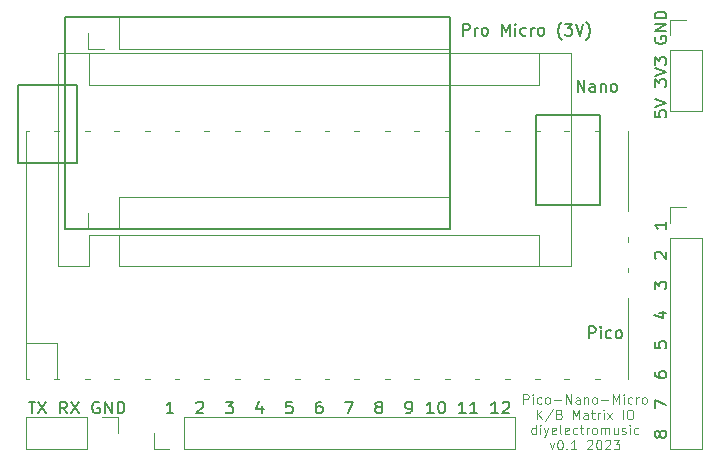
<source format=gbr>
%TF.GenerationSoftware,KiCad,Pcbnew,(6.0.5)*%
%TF.CreationDate,2023-01-02T20:32:54+00:00*%
%TF.ProjectId,NanoPicoKeyboardMatrix,4e616e6f-5069-4636-9f4b-6579626f6172,rev?*%
%TF.SameCoordinates,Original*%
%TF.FileFunction,Legend,Top*%
%TF.FilePolarity,Positive*%
%FSLAX46Y46*%
G04 Gerber Fmt 4.6, Leading zero omitted, Abs format (unit mm)*
G04 Created by KiCad (PCBNEW (6.0.5)) date 2023-01-02 20:32:54*
%MOMM*%
%LPD*%
G01*
G04 APERTURE LIST*
%ADD10C,0.150000*%
%ADD11C,0.100000*%
%ADD12C,0.120000*%
G04 APERTURE END LIST*
D10*
X154902380Y-55734285D02*
X154902380Y-56220000D01*
X155378571Y-56268571D01*
X155330952Y-56220000D01*
X155283333Y-56122857D01*
X155283333Y-55880000D01*
X155330952Y-55782857D01*
X155378571Y-55734285D01*
X155473809Y-55685714D01*
X155711904Y-55685714D01*
X155807142Y-55734285D01*
X155854761Y-55782857D01*
X155902380Y-55880000D01*
X155902380Y-56122857D01*
X155854761Y-56220000D01*
X155807142Y-56268571D01*
X154902380Y-55394285D02*
X155902380Y-55054285D01*
X154902380Y-54714285D01*
X154902380Y-53694285D02*
X154902380Y-53062857D01*
X155283333Y-53402857D01*
X155283333Y-53257142D01*
X155330952Y-53160000D01*
X155378571Y-53111428D01*
X155473809Y-53062857D01*
X155711904Y-53062857D01*
X155807142Y-53111428D01*
X155854761Y-53160000D01*
X155902380Y-53257142D01*
X155902380Y-53548571D01*
X155854761Y-53645714D01*
X155807142Y-53694285D01*
X154902380Y-52771428D02*
X155902380Y-52431428D01*
X154902380Y-52091428D01*
X154902380Y-51848571D02*
X154902380Y-51217142D01*
X155283333Y-51557142D01*
X155283333Y-51411428D01*
X155330952Y-51314285D01*
X155378571Y-51265714D01*
X155473809Y-51217142D01*
X155711904Y-51217142D01*
X155807142Y-51265714D01*
X155854761Y-51314285D01*
X155902380Y-51411428D01*
X155902380Y-51702857D01*
X155854761Y-51800000D01*
X155807142Y-51848571D01*
X154950000Y-49468571D02*
X154902380Y-49565714D01*
X154902380Y-49711428D01*
X154950000Y-49857142D01*
X155045238Y-49954285D01*
X155140476Y-50002857D01*
X155330952Y-50051428D01*
X155473809Y-50051428D01*
X155664285Y-50002857D01*
X155759523Y-49954285D01*
X155854761Y-49857142D01*
X155902380Y-49711428D01*
X155902380Y-49614285D01*
X155854761Y-49468571D01*
X155807142Y-49420000D01*
X155473809Y-49420000D01*
X155473809Y-49614285D01*
X155902380Y-48982857D02*
X154902380Y-48982857D01*
X155902380Y-48400000D01*
X154902380Y-48400000D01*
X155902380Y-47914285D02*
X154902380Y-47914285D01*
X154902380Y-47671428D01*
X154950000Y-47525714D01*
X155045238Y-47428571D01*
X155140476Y-47380000D01*
X155330952Y-47331428D01*
X155473809Y-47331428D01*
X155664285Y-47380000D01*
X155759523Y-47428571D01*
X155854761Y-47525714D01*
X155902380Y-47671428D01*
X155902380Y-47914285D01*
X155330952Y-83207142D02*
X155283333Y-83304285D01*
X155235714Y-83352857D01*
X155140476Y-83401428D01*
X155092857Y-83401428D01*
X154997619Y-83352857D01*
X154950000Y-83304285D01*
X154902380Y-83207142D01*
X154902380Y-83012857D01*
X154950000Y-82915714D01*
X154997619Y-82867142D01*
X155092857Y-82818571D01*
X155140476Y-82818571D01*
X155235714Y-82867142D01*
X155283333Y-82915714D01*
X155330952Y-83012857D01*
X155330952Y-83207142D01*
X155378571Y-83304285D01*
X155426190Y-83352857D01*
X155521428Y-83401428D01*
X155711904Y-83401428D01*
X155807142Y-83352857D01*
X155854761Y-83304285D01*
X155902380Y-83207142D01*
X155902380Y-83012857D01*
X155854761Y-82915714D01*
X155807142Y-82867142D01*
X155711904Y-82818571D01*
X155521428Y-82818571D01*
X155426190Y-82867142D01*
X155378571Y-82915714D01*
X155330952Y-83012857D01*
X154902380Y-80924285D02*
X154902380Y-80244285D01*
X155902380Y-80681428D01*
X154902380Y-77864285D02*
X154902380Y-78058571D01*
X154950000Y-78155714D01*
X154997619Y-78204285D01*
X155140476Y-78301428D01*
X155330952Y-78350000D01*
X155711904Y-78350000D01*
X155807142Y-78301428D01*
X155854761Y-78252857D01*
X155902380Y-78155714D01*
X155902380Y-77961428D01*
X155854761Y-77864285D01*
X155807142Y-77815714D01*
X155711904Y-77767142D01*
X155473809Y-77767142D01*
X155378571Y-77815714D01*
X155330952Y-77864285D01*
X155283333Y-77961428D01*
X155283333Y-78155714D01*
X155330952Y-78252857D01*
X155378571Y-78301428D01*
X155473809Y-78350000D01*
X154902380Y-75290000D02*
X154902380Y-75775714D01*
X155378571Y-75824285D01*
X155330952Y-75775714D01*
X155283333Y-75678571D01*
X155283333Y-75435714D01*
X155330952Y-75338571D01*
X155378571Y-75290000D01*
X155473809Y-75241428D01*
X155711904Y-75241428D01*
X155807142Y-75290000D01*
X155854761Y-75338571D01*
X155902380Y-75435714D01*
X155902380Y-75678571D01*
X155854761Y-75775714D01*
X155807142Y-75824285D01*
X155235714Y-72812857D02*
X155902380Y-72812857D01*
X154854761Y-73055714D02*
X155569047Y-73298571D01*
X155569047Y-72667142D01*
X154902380Y-70821428D02*
X154902380Y-70190000D01*
X155283333Y-70530000D01*
X155283333Y-70384285D01*
X155330952Y-70287142D01*
X155378571Y-70238571D01*
X155473809Y-70190000D01*
X155711904Y-70190000D01*
X155807142Y-70238571D01*
X155854761Y-70287142D01*
X155902380Y-70384285D01*
X155902380Y-70675714D01*
X155854761Y-70772857D01*
X155807142Y-70821428D01*
X154997619Y-68247142D02*
X154950000Y-68198571D01*
X154902380Y-68101428D01*
X154902380Y-67858571D01*
X154950000Y-67761428D01*
X154997619Y-67712857D01*
X155092857Y-67664285D01*
X155188095Y-67664285D01*
X155330952Y-67712857D01*
X155902380Y-68295714D01*
X155902380Y-67664285D01*
X155902380Y-65138571D02*
X155902380Y-65721428D01*
X155902380Y-65430000D02*
X154902380Y-65430000D01*
X155045238Y-65527142D01*
X155140476Y-65624285D01*
X155188095Y-65721428D01*
X101895714Y-80352380D02*
X102478571Y-80352380D01*
X102187142Y-81352380D02*
X102187142Y-80352380D01*
X102721428Y-80352380D02*
X103401428Y-81352380D01*
X103401428Y-80352380D02*
X102721428Y-81352380D01*
X105150000Y-81352380D02*
X104810000Y-80876190D01*
X104567142Y-81352380D02*
X104567142Y-80352380D01*
X104955714Y-80352380D01*
X105052857Y-80400000D01*
X105101428Y-80447619D01*
X105150000Y-80542857D01*
X105150000Y-80685714D01*
X105101428Y-80780952D01*
X105052857Y-80828571D01*
X104955714Y-80876190D01*
X104567142Y-80876190D01*
X105490000Y-80352380D02*
X106170000Y-81352380D01*
X106170000Y-80352380D02*
X105490000Y-81352380D01*
X107870000Y-80400000D02*
X107772857Y-80352380D01*
X107627142Y-80352380D01*
X107481428Y-80400000D01*
X107384285Y-80495238D01*
X107335714Y-80590476D01*
X107287142Y-80780952D01*
X107287142Y-80923809D01*
X107335714Y-81114285D01*
X107384285Y-81209523D01*
X107481428Y-81304761D01*
X107627142Y-81352380D01*
X107724285Y-81352380D01*
X107870000Y-81304761D01*
X107918571Y-81257142D01*
X107918571Y-80923809D01*
X107724285Y-80923809D01*
X108355714Y-81352380D02*
X108355714Y-80352380D01*
X108938571Y-81352380D01*
X108938571Y-80352380D01*
X109424285Y-81352380D02*
X109424285Y-80352380D01*
X109667142Y-80352380D01*
X109812857Y-80400000D01*
X109910000Y-80495238D01*
X109958571Y-80590476D01*
X110007142Y-80780952D01*
X110007142Y-80923809D01*
X109958571Y-81114285D01*
X109910000Y-81209523D01*
X109812857Y-81304761D01*
X109667142Y-81352380D01*
X109424285Y-81352380D01*
X136195714Y-81352380D02*
X135612857Y-81352380D01*
X135904285Y-81352380D02*
X135904285Y-80352380D01*
X135807142Y-80495238D01*
X135710000Y-80590476D01*
X135612857Y-80638095D01*
X136827142Y-80352380D02*
X136924285Y-80352380D01*
X137021428Y-80400000D01*
X137070000Y-80447619D01*
X137118571Y-80542857D01*
X137167142Y-80733333D01*
X137167142Y-80971428D01*
X137118571Y-81161904D01*
X137070000Y-81257142D01*
X137021428Y-81304761D01*
X136924285Y-81352380D01*
X136827142Y-81352380D01*
X136730000Y-81304761D01*
X136681428Y-81257142D01*
X136632857Y-81161904D01*
X136584285Y-80971428D01*
X136584285Y-80733333D01*
X136632857Y-80542857D01*
X136681428Y-80447619D01*
X136730000Y-80400000D01*
X136827142Y-80352380D01*
X138915714Y-81352380D02*
X138332857Y-81352380D01*
X138624285Y-81352380D02*
X138624285Y-80352380D01*
X138527142Y-80495238D01*
X138430000Y-80590476D01*
X138332857Y-80638095D01*
X139887142Y-81352380D02*
X139304285Y-81352380D01*
X139595714Y-81352380D02*
X139595714Y-80352380D01*
X139498571Y-80495238D01*
X139401428Y-80590476D01*
X139304285Y-80638095D01*
X141635714Y-81352380D02*
X141052857Y-81352380D01*
X141344285Y-81352380D02*
X141344285Y-80352380D01*
X141247142Y-80495238D01*
X141150000Y-80590476D01*
X141052857Y-80638095D01*
X142024285Y-80447619D02*
X142072857Y-80400000D01*
X142170000Y-80352380D01*
X142412857Y-80352380D01*
X142510000Y-80400000D01*
X142558571Y-80447619D01*
X142607142Y-80542857D01*
X142607142Y-80638095D01*
X142558571Y-80780952D01*
X141975714Y-81352380D01*
X142607142Y-81352380D01*
X114158571Y-81352380D02*
X113575714Y-81352380D01*
X113867142Y-81352380D02*
X113867142Y-80352380D01*
X113770000Y-80495238D01*
X113672857Y-80590476D01*
X113575714Y-80638095D01*
X116101428Y-80447619D02*
X116150000Y-80400000D01*
X116247142Y-80352380D01*
X116490000Y-80352380D01*
X116587142Y-80400000D01*
X116635714Y-80447619D01*
X116684285Y-80542857D01*
X116684285Y-80638095D01*
X116635714Y-80780952D01*
X116052857Y-81352380D01*
X116684285Y-81352380D01*
X118578571Y-80352380D02*
X119210000Y-80352380D01*
X118870000Y-80733333D01*
X119015714Y-80733333D01*
X119112857Y-80780952D01*
X119161428Y-80828571D01*
X119210000Y-80923809D01*
X119210000Y-81161904D01*
X119161428Y-81257142D01*
X119112857Y-81304761D01*
X119015714Y-81352380D01*
X118724285Y-81352380D01*
X118627142Y-81304761D01*
X118578571Y-81257142D01*
X121638571Y-80685714D02*
X121638571Y-81352380D01*
X121395714Y-80304761D02*
X121152857Y-81019047D01*
X121784285Y-81019047D01*
X124212857Y-80352380D02*
X123727142Y-80352380D01*
X123678571Y-80828571D01*
X123727142Y-80780952D01*
X123824285Y-80733333D01*
X124067142Y-80733333D01*
X124164285Y-80780952D01*
X124212857Y-80828571D01*
X124261428Y-80923809D01*
X124261428Y-81161904D01*
X124212857Y-81257142D01*
X124164285Y-81304761D01*
X124067142Y-81352380D01*
X123824285Y-81352380D01*
X123727142Y-81304761D01*
X123678571Y-81257142D01*
X126689999Y-80352380D02*
X126495714Y-80352380D01*
X126398571Y-80400000D01*
X126349999Y-80447619D01*
X126252857Y-80590476D01*
X126204285Y-80780952D01*
X126204285Y-81161904D01*
X126252857Y-81257142D01*
X126301428Y-81304761D01*
X126398571Y-81352380D01*
X126592857Y-81352380D01*
X126689999Y-81304761D01*
X126738571Y-81257142D01*
X126787142Y-81161904D01*
X126787142Y-80923809D01*
X126738571Y-80828571D01*
X126689999Y-80780952D01*
X126592857Y-80733333D01*
X126398571Y-80733333D01*
X126301428Y-80780952D01*
X126252857Y-80828571D01*
X126204285Y-80923809D01*
X128681428Y-80352380D02*
X129361428Y-80352380D01*
X128924285Y-81352380D01*
X131449999Y-80780952D02*
X131352857Y-80733333D01*
X131304285Y-80685714D01*
X131255714Y-80590476D01*
X131255714Y-80542857D01*
X131304285Y-80447619D01*
X131352857Y-80400000D01*
X131449999Y-80352380D01*
X131644285Y-80352380D01*
X131741428Y-80400000D01*
X131789999Y-80447619D01*
X131838571Y-80542857D01*
X131838571Y-80590476D01*
X131789999Y-80685714D01*
X131741428Y-80733333D01*
X131644285Y-80780952D01*
X131449999Y-80780952D01*
X131352857Y-80828571D01*
X131304285Y-80876190D01*
X131255714Y-80971428D01*
X131255714Y-81161904D01*
X131304285Y-81257142D01*
X131352857Y-81304761D01*
X131449999Y-81352380D01*
X131644285Y-81352380D01*
X131741428Y-81304761D01*
X131789999Y-81257142D01*
X131838571Y-81161904D01*
X131838571Y-80971428D01*
X131789999Y-80876190D01*
X131741428Y-80828571D01*
X131644285Y-80780952D01*
X133878571Y-81352380D02*
X134072857Y-81352380D01*
X134169999Y-81304761D01*
X134218571Y-81257142D01*
X134315714Y-81114285D01*
X134364285Y-80923809D01*
X134364285Y-80542857D01*
X134315714Y-80447619D01*
X134267142Y-80400000D01*
X134169999Y-80352380D01*
X133975714Y-80352380D01*
X133878571Y-80400000D01*
X133829999Y-80447619D01*
X133781428Y-80542857D01*
X133781428Y-80780952D01*
X133829999Y-80876190D01*
X133878571Y-80923809D01*
X133975714Y-80971428D01*
X134169999Y-80971428D01*
X134267142Y-80923809D01*
X134315714Y-80876190D01*
X134364285Y-80780952D01*
D11*
X143790000Y-80539904D02*
X143790000Y-79739904D01*
X144094761Y-79739904D01*
X144170952Y-79778000D01*
X144209047Y-79816095D01*
X144247142Y-79892285D01*
X144247142Y-80006571D01*
X144209047Y-80082761D01*
X144170952Y-80120857D01*
X144094761Y-80158952D01*
X143790000Y-80158952D01*
X144590000Y-80539904D02*
X144590000Y-80006571D01*
X144590000Y-79739904D02*
X144551904Y-79778000D01*
X144590000Y-79816095D01*
X144628095Y-79778000D01*
X144590000Y-79739904D01*
X144590000Y-79816095D01*
X145313809Y-80501809D02*
X145237619Y-80539904D01*
X145085238Y-80539904D01*
X145009047Y-80501809D01*
X144970952Y-80463714D01*
X144932857Y-80387523D01*
X144932857Y-80158952D01*
X144970952Y-80082761D01*
X145009047Y-80044666D01*
X145085238Y-80006571D01*
X145237619Y-80006571D01*
X145313809Y-80044666D01*
X145770952Y-80539904D02*
X145694761Y-80501809D01*
X145656666Y-80463714D01*
X145618571Y-80387523D01*
X145618571Y-80158952D01*
X145656666Y-80082761D01*
X145694761Y-80044666D01*
X145770952Y-80006571D01*
X145885238Y-80006571D01*
X145961428Y-80044666D01*
X145999523Y-80082761D01*
X146037619Y-80158952D01*
X146037619Y-80387523D01*
X145999523Y-80463714D01*
X145961428Y-80501809D01*
X145885238Y-80539904D01*
X145770952Y-80539904D01*
X146380476Y-80235142D02*
X146990000Y-80235142D01*
X147370952Y-80539904D02*
X147370952Y-79739904D01*
X147828095Y-80539904D01*
X147828095Y-79739904D01*
X148551904Y-80539904D02*
X148551904Y-80120857D01*
X148513809Y-80044666D01*
X148437619Y-80006571D01*
X148285238Y-80006571D01*
X148209047Y-80044666D01*
X148551904Y-80501809D02*
X148475714Y-80539904D01*
X148285238Y-80539904D01*
X148209047Y-80501809D01*
X148170952Y-80425619D01*
X148170952Y-80349428D01*
X148209047Y-80273238D01*
X148285238Y-80235142D01*
X148475714Y-80235142D01*
X148551904Y-80197047D01*
X148932857Y-80006571D02*
X148932857Y-80539904D01*
X148932857Y-80082761D02*
X148970952Y-80044666D01*
X149047142Y-80006571D01*
X149161428Y-80006571D01*
X149237619Y-80044666D01*
X149275714Y-80120857D01*
X149275714Y-80539904D01*
X149770952Y-80539904D02*
X149694761Y-80501809D01*
X149656666Y-80463714D01*
X149618571Y-80387523D01*
X149618571Y-80158952D01*
X149656666Y-80082761D01*
X149694761Y-80044666D01*
X149770952Y-80006571D01*
X149885238Y-80006571D01*
X149961428Y-80044666D01*
X149999523Y-80082761D01*
X150037619Y-80158952D01*
X150037619Y-80387523D01*
X149999523Y-80463714D01*
X149961428Y-80501809D01*
X149885238Y-80539904D01*
X149770952Y-80539904D01*
X150380476Y-80235142D02*
X150990000Y-80235142D01*
X151370952Y-80539904D02*
X151370952Y-79739904D01*
X151637619Y-80311333D01*
X151904285Y-79739904D01*
X151904285Y-80539904D01*
X152285238Y-80539904D02*
X152285238Y-80006571D01*
X152285238Y-79739904D02*
X152247142Y-79778000D01*
X152285238Y-79816095D01*
X152323333Y-79778000D01*
X152285238Y-79739904D01*
X152285238Y-79816095D01*
X153009047Y-80501809D02*
X152932857Y-80539904D01*
X152780476Y-80539904D01*
X152704285Y-80501809D01*
X152666190Y-80463714D01*
X152628095Y-80387523D01*
X152628095Y-80158952D01*
X152666190Y-80082761D01*
X152704285Y-80044666D01*
X152780476Y-80006571D01*
X152932857Y-80006571D01*
X153009047Y-80044666D01*
X153351904Y-80539904D02*
X153351904Y-80006571D01*
X153351904Y-80158952D02*
X153390000Y-80082761D01*
X153428095Y-80044666D01*
X153504285Y-80006571D01*
X153580476Y-80006571D01*
X153961428Y-80539904D02*
X153885238Y-80501809D01*
X153847142Y-80463714D01*
X153809047Y-80387523D01*
X153809047Y-80158952D01*
X153847142Y-80082761D01*
X153885238Y-80044666D01*
X153961428Y-80006571D01*
X154075714Y-80006571D01*
X154151904Y-80044666D01*
X154190000Y-80082761D01*
X154228095Y-80158952D01*
X154228095Y-80387523D01*
X154190000Y-80463714D01*
X154151904Y-80501809D01*
X154075714Y-80539904D01*
X153961428Y-80539904D01*
X144932857Y-81827904D02*
X144932857Y-81027904D01*
X145390000Y-81827904D02*
X145047142Y-81370761D01*
X145390000Y-81027904D02*
X144932857Y-81485047D01*
X146304285Y-80989809D02*
X145618571Y-82018380D01*
X146837619Y-81408857D02*
X146951904Y-81446952D01*
X146990000Y-81485047D01*
X147028095Y-81561238D01*
X147028095Y-81675523D01*
X146990000Y-81751714D01*
X146951904Y-81789809D01*
X146875714Y-81827904D01*
X146570952Y-81827904D01*
X146570952Y-81027904D01*
X146837619Y-81027904D01*
X146913809Y-81066000D01*
X146951904Y-81104095D01*
X146990000Y-81180285D01*
X146990000Y-81256476D01*
X146951904Y-81332666D01*
X146913809Y-81370761D01*
X146837619Y-81408857D01*
X146570952Y-81408857D01*
X147980476Y-81827904D02*
X147980476Y-81027904D01*
X148247142Y-81599333D01*
X148513809Y-81027904D01*
X148513809Y-81827904D01*
X149237619Y-81827904D02*
X149237619Y-81408857D01*
X149199523Y-81332666D01*
X149123333Y-81294571D01*
X148970952Y-81294571D01*
X148894761Y-81332666D01*
X149237619Y-81789809D02*
X149161428Y-81827904D01*
X148970952Y-81827904D01*
X148894761Y-81789809D01*
X148856666Y-81713619D01*
X148856666Y-81637428D01*
X148894761Y-81561238D01*
X148970952Y-81523142D01*
X149161428Y-81523142D01*
X149237619Y-81485047D01*
X149504285Y-81294571D02*
X149809047Y-81294571D01*
X149618571Y-81027904D02*
X149618571Y-81713619D01*
X149656666Y-81789809D01*
X149732857Y-81827904D01*
X149809047Y-81827904D01*
X150075714Y-81827904D02*
X150075714Y-81294571D01*
X150075714Y-81446952D02*
X150113809Y-81370761D01*
X150151904Y-81332666D01*
X150228095Y-81294571D01*
X150304285Y-81294571D01*
X150570952Y-81827904D02*
X150570952Y-81294571D01*
X150570952Y-81027904D02*
X150532857Y-81066000D01*
X150570952Y-81104095D01*
X150609047Y-81066000D01*
X150570952Y-81027904D01*
X150570952Y-81104095D01*
X150875714Y-81827904D02*
X151294761Y-81294571D01*
X150875714Y-81294571D02*
X151294761Y-81827904D01*
X152209047Y-81827904D02*
X152209047Y-81027904D01*
X152742380Y-81027904D02*
X152894761Y-81027904D01*
X152970952Y-81066000D01*
X153047142Y-81142190D01*
X153085238Y-81294571D01*
X153085238Y-81561238D01*
X153047142Y-81713619D01*
X152970952Y-81789809D01*
X152894761Y-81827904D01*
X152742380Y-81827904D01*
X152666190Y-81789809D01*
X152590000Y-81713619D01*
X152551904Y-81561238D01*
X152551904Y-81294571D01*
X152590000Y-81142190D01*
X152666190Y-81066000D01*
X152742380Y-81027904D01*
X144837619Y-83115904D02*
X144837619Y-82315904D01*
X144837619Y-83077809D02*
X144761428Y-83115904D01*
X144609047Y-83115904D01*
X144532857Y-83077809D01*
X144494761Y-83039714D01*
X144456666Y-82963523D01*
X144456666Y-82734952D01*
X144494761Y-82658761D01*
X144532857Y-82620666D01*
X144609047Y-82582571D01*
X144761428Y-82582571D01*
X144837619Y-82620666D01*
X145218571Y-83115904D02*
X145218571Y-82582571D01*
X145218571Y-82315904D02*
X145180476Y-82354000D01*
X145218571Y-82392095D01*
X145256666Y-82354000D01*
X145218571Y-82315904D01*
X145218571Y-82392095D01*
X145523333Y-82582571D02*
X145713809Y-83115904D01*
X145904285Y-82582571D02*
X145713809Y-83115904D01*
X145637619Y-83306380D01*
X145599523Y-83344476D01*
X145523333Y-83382571D01*
X146513809Y-83077809D02*
X146437619Y-83115904D01*
X146285238Y-83115904D01*
X146209047Y-83077809D01*
X146170952Y-83001619D01*
X146170952Y-82696857D01*
X146209047Y-82620666D01*
X146285238Y-82582571D01*
X146437619Y-82582571D01*
X146513809Y-82620666D01*
X146551904Y-82696857D01*
X146551904Y-82773047D01*
X146170952Y-82849238D01*
X147009047Y-83115904D02*
X146932857Y-83077809D01*
X146894761Y-83001619D01*
X146894761Y-82315904D01*
X147618571Y-83077809D02*
X147542380Y-83115904D01*
X147390000Y-83115904D01*
X147313809Y-83077809D01*
X147275714Y-83001619D01*
X147275714Y-82696857D01*
X147313809Y-82620666D01*
X147390000Y-82582571D01*
X147542380Y-82582571D01*
X147618571Y-82620666D01*
X147656666Y-82696857D01*
X147656666Y-82773047D01*
X147275714Y-82849238D01*
X148342380Y-83077809D02*
X148266190Y-83115904D01*
X148113809Y-83115904D01*
X148037619Y-83077809D01*
X147999523Y-83039714D01*
X147961428Y-82963523D01*
X147961428Y-82734952D01*
X147999523Y-82658761D01*
X148037619Y-82620666D01*
X148113809Y-82582571D01*
X148266190Y-82582571D01*
X148342380Y-82620666D01*
X148570952Y-82582571D02*
X148875714Y-82582571D01*
X148685238Y-82315904D02*
X148685238Y-83001619D01*
X148723333Y-83077809D01*
X148799523Y-83115904D01*
X148875714Y-83115904D01*
X149142380Y-83115904D02*
X149142380Y-82582571D01*
X149142380Y-82734952D02*
X149180476Y-82658761D01*
X149218571Y-82620666D01*
X149294761Y-82582571D01*
X149370952Y-82582571D01*
X149751904Y-83115904D02*
X149675714Y-83077809D01*
X149637619Y-83039714D01*
X149599523Y-82963523D01*
X149599523Y-82734952D01*
X149637619Y-82658761D01*
X149675714Y-82620666D01*
X149751904Y-82582571D01*
X149866190Y-82582571D01*
X149942380Y-82620666D01*
X149980476Y-82658761D01*
X150018571Y-82734952D01*
X150018571Y-82963523D01*
X149980476Y-83039714D01*
X149942380Y-83077809D01*
X149866190Y-83115904D01*
X149751904Y-83115904D01*
X150361428Y-83115904D02*
X150361428Y-82582571D01*
X150361428Y-82658761D02*
X150399523Y-82620666D01*
X150475714Y-82582571D01*
X150590000Y-82582571D01*
X150666190Y-82620666D01*
X150704285Y-82696857D01*
X150704285Y-83115904D01*
X150704285Y-82696857D02*
X150742380Y-82620666D01*
X150818571Y-82582571D01*
X150932857Y-82582571D01*
X151009047Y-82620666D01*
X151047142Y-82696857D01*
X151047142Y-83115904D01*
X151770952Y-82582571D02*
X151770952Y-83115904D01*
X151428095Y-82582571D02*
X151428095Y-83001619D01*
X151466190Y-83077809D01*
X151542380Y-83115904D01*
X151656666Y-83115904D01*
X151732857Y-83077809D01*
X151770952Y-83039714D01*
X152113809Y-83077809D02*
X152190000Y-83115904D01*
X152342380Y-83115904D01*
X152418571Y-83077809D01*
X152456666Y-83001619D01*
X152456666Y-82963523D01*
X152418571Y-82887333D01*
X152342380Y-82849238D01*
X152228095Y-82849238D01*
X152151904Y-82811142D01*
X152113809Y-82734952D01*
X152113809Y-82696857D01*
X152151904Y-82620666D01*
X152228095Y-82582571D01*
X152342380Y-82582571D01*
X152418571Y-82620666D01*
X152799523Y-83115904D02*
X152799523Y-82582571D01*
X152799523Y-82315904D02*
X152761428Y-82354000D01*
X152799523Y-82392095D01*
X152837619Y-82354000D01*
X152799523Y-82315904D01*
X152799523Y-82392095D01*
X153523333Y-83077809D02*
X153447142Y-83115904D01*
X153294761Y-83115904D01*
X153218571Y-83077809D01*
X153180476Y-83039714D01*
X153142380Y-82963523D01*
X153142380Y-82734952D01*
X153180476Y-82658761D01*
X153218571Y-82620666D01*
X153294761Y-82582571D01*
X153447142Y-82582571D01*
X153523333Y-82620666D01*
X146018571Y-83870571D02*
X146209047Y-84403904D01*
X146399523Y-83870571D01*
X146856666Y-83603904D02*
X146932857Y-83603904D01*
X147009047Y-83642000D01*
X147047142Y-83680095D01*
X147085238Y-83756285D01*
X147123333Y-83908666D01*
X147123333Y-84099142D01*
X147085238Y-84251523D01*
X147047142Y-84327714D01*
X147009047Y-84365809D01*
X146932857Y-84403904D01*
X146856666Y-84403904D01*
X146780476Y-84365809D01*
X146742380Y-84327714D01*
X146704285Y-84251523D01*
X146666190Y-84099142D01*
X146666190Y-83908666D01*
X146704285Y-83756285D01*
X146742380Y-83680095D01*
X146780476Y-83642000D01*
X146856666Y-83603904D01*
X147466190Y-84327714D02*
X147504285Y-84365809D01*
X147466190Y-84403904D01*
X147428095Y-84365809D01*
X147466190Y-84327714D01*
X147466190Y-84403904D01*
X148266190Y-84403904D02*
X147809047Y-84403904D01*
X148037619Y-84403904D02*
X148037619Y-83603904D01*
X147961428Y-83718190D01*
X147885238Y-83794380D01*
X147809047Y-83832476D01*
X149180476Y-83680095D02*
X149218571Y-83642000D01*
X149294761Y-83603904D01*
X149485238Y-83603904D01*
X149561428Y-83642000D01*
X149599523Y-83680095D01*
X149637619Y-83756285D01*
X149637619Y-83832476D01*
X149599523Y-83946761D01*
X149142380Y-84403904D01*
X149637619Y-84403904D01*
X150132857Y-83603904D02*
X150209047Y-83603904D01*
X150285238Y-83642000D01*
X150323333Y-83680095D01*
X150361428Y-83756285D01*
X150399523Y-83908666D01*
X150399523Y-84099142D01*
X150361428Y-84251523D01*
X150323333Y-84327714D01*
X150285238Y-84365809D01*
X150209047Y-84403904D01*
X150132857Y-84403904D01*
X150056666Y-84365809D01*
X150018571Y-84327714D01*
X149980476Y-84251523D01*
X149942380Y-84099142D01*
X149942380Y-83908666D01*
X149980476Y-83756285D01*
X150018571Y-83680095D01*
X150056666Y-83642000D01*
X150132857Y-83603904D01*
X150704285Y-83680095D02*
X150742380Y-83642000D01*
X150818571Y-83603904D01*
X151009047Y-83603904D01*
X151085238Y-83642000D01*
X151123333Y-83680095D01*
X151161428Y-83756285D01*
X151161428Y-83832476D01*
X151123333Y-83946761D01*
X150666190Y-84403904D01*
X151161428Y-84403904D01*
X151428095Y-83603904D02*
X151923333Y-83603904D01*
X151656666Y-83908666D01*
X151770952Y-83908666D01*
X151847142Y-83946761D01*
X151885238Y-83984857D01*
X151923333Y-84061047D01*
X151923333Y-84251523D01*
X151885238Y-84327714D01*
X151847142Y-84365809D01*
X151770952Y-84403904D01*
X151542380Y-84403904D01*
X151466190Y-84365809D01*
X151428095Y-84327714D01*
D10*
X101000000Y-53530000D02*
X106000000Y-53530000D01*
X106000000Y-53530000D02*
X106000000Y-60160000D01*
X106000000Y-60160000D02*
X101000000Y-60160000D01*
X101000000Y-60160000D02*
X101000000Y-53530000D01*
X137590000Y-47770000D02*
X104980000Y-47770000D01*
X104980000Y-47770000D02*
X104980000Y-65720000D01*
X104980000Y-65720000D02*
X137590000Y-65720000D01*
X137590000Y-65720000D02*
X137590000Y-47770000D01*
X144890000Y-56070000D02*
X150250000Y-56070000D01*
X150250000Y-56070000D02*
X150250000Y-63680000D01*
X150250000Y-63680000D02*
X144890000Y-63680000D01*
X144890000Y-63680000D02*
X144890000Y-56070000D01*
%TO.C,J5*%
X138682857Y-49362380D02*
X138682857Y-48362380D01*
X139063809Y-48362380D01*
X139159047Y-48410000D01*
X139206666Y-48457619D01*
X139254285Y-48552857D01*
X139254285Y-48695714D01*
X139206666Y-48790952D01*
X139159047Y-48838571D01*
X139063809Y-48886190D01*
X138682857Y-48886190D01*
X139682857Y-49362380D02*
X139682857Y-48695714D01*
X139682857Y-48886190D02*
X139730476Y-48790952D01*
X139778095Y-48743333D01*
X139873333Y-48695714D01*
X139968571Y-48695714D01*
X140444761Y-49362380D02*
X140349523Y-49314761D01*
X140301904Y-49267142D01*
X140254285Y-49171904D01*
X140254285Y-48886190D01*
X140301904Y-48790952D01*
X140349523Y-48743333D01*
X140444761Y-48695714D01*
X140587619Y-48695714D01*
X140682857Y-48743333D01*
X140730476Y-48790952D01*
X140778095Y-48886190D01*
X140778095Y-49171904D01*
X140730476Y-49267142D01*
X140682857Y-49314761D01*
X140587619Y-49362380D01*
X140444761Y-49362380D01*
X141968571Y-49362380D02*
X141968571Y-48362380D01*
X142301904Y-49076666D01*
X142635238Y-48362380D01*
X142635238Y-49362380D01*
X143111428Y-49362380D02*
X143111428Y-48695714D01*
X143111428Y-48362380D02*
X143063809Y-48410000D01*
X143111428Y-48457619D01*
X143159047Y-48410000D01*
X143111428Y-48362380D01*
X143111428Y-48457619D01*
X144016190Y-49314761D02*
X143920952Y-49362380D01*
X143730476Y-49362380D01*
X143635238Y-49314761D01*
X143587619Y-49267142D01*
X143540000Y-49171904D01*
X143540000Y-48886190D01*
X143587619Y-48790952D01*
X143635238Y-48743333D01*
X143730476Y-48695714D01*
X143920952Y-48695714D01*
X144016190Y-48743333D01*
X144444761Y-49362380D02*
X144444761Y-48695714D01*
X144444761Y-48886190D02*
X144492380Y-48790952D01*
X144540000Y-48743333D01*
X144635238Y-48695714D01*
X144730476Y-48695714D01*
X145206666Y-49362380D02*
X145111428Y-49314761D01*
X145063809Y-49267142D01*
X145016190Y-49171904D01*
X145016190Y-48886190D01*
X145063809Y-48790952D01*
X145111428Y-48743333D01*
X145206666Y-48695714D01*
X145349523Y-48695714D01*
X145444761Y-48743333D01*
X145492380Y-48790952D01*
X145540000Y-48886190D01*
X145540000Y-49171904D01*
X145492380Y-49267142D01*
X145444761Y-49314761D01*
X145349523Y-49362380D01*
X145206666Y-49362380D01*
X147016190Y-49743333D02*
X146968571Y-49695714D01*
X146873333Y-49552857D01*
X146825714Y-49457619D01*
X146778095Y-49314761D01*
X146730476Y-49076666D01*
X146730476Y-48886190D01*
X146778095Y-48648095D01*
X146825714Y-48505238D01*
X146873333Y-48410000D01*
X146968571Y-48267142D01*
X147016190Y-48219523D01*
X147301904Y-48362380D02*
X147920952Y-48362380D01*
X147587619Y-48743333D01*
X147730476Y-48743333D01*
X147825714Y-48790952D01*
X147873333Y-48838571D01*
X147920952Y-48933809D01*
X147920952Y-49171904D01*
X147873333Y-49267142D01*
X147825714Y-49314761D01*
X147730476Y-49362380D01*
X147444761Y-49362380D01*
X147349523Y-49314761D01*
X147301904Y-49267142D01*
X148206666Y-48362380D02*
X148540000Y-49362380D01*
X148873333Y-48362380D01*
X149111428Y-49743333D02*
X149159047Y-49695714D01*
X149254285Y-49552857D01*
X149301904Y-49457619D01*
X149349523Y-49314761D01*
X149397142Y-49076666D01*
X149397142Y-48886190D01*
X149349523Y-48648095D01*
X149301904Y-48505238D01*
X149254285Y-48410000D01*
X149159047Y-48267142D01*
X149111428Y-48219523D01*
%TO.C,A1*%
X148377142Y-54122380D02*
X148377142Y-53122380D01*
X148948571Y-54122380D01*
X148948571Y-53122380D01*
X149853333Y-54122380D02*
X149853333Y-53598571D01*
X149805714Y-53503333D01*
X149710476Y-53455714D01*
X149520000Y-53455714D01*
X149424761Y-53503333D01*
X149853333Y-54074761D02*
X149758095Y-54122380D01*
X149520000Y-54122380D01*
X149424761Y-54074761D01*
X149377142Y-53979523D01*
X149377142Y-53884285D01*
X149424761Y-53789047D01*
X149520000Y-53741428D01*
X149758095Y-53741428D01*
X149853333Y-53693809D01*
X150329523Y-53455714D02*
X150329523Y-54122380D01*
X150329523Y-53550952D02*
X150377142Y-53503333D01*
X150472380Y-53455714D01*
X150615238Y-53455714D01*
X150710476Y-53503333D01*
X150758095Y-53598571D01*
X150758095Y-54122380D01*
X151377142Y-54122380D02*
X151281904Y-54074761D01*
X151234285Y-54027142D01*
X151186666Y-53931904D01*
X151186666Y-53646190D01*
X151234285Y-53550952D01*
X151281904Y-53503333D01*
X151377142Y-53455714D01*
X151520000Y-53455714D01*
X151615238Y-53503333D01*
X151662857Y-53550952D01*
X151710476Y-53646190D01*
X151710476Y-53931904D01*
X151662857Y-54027142D01*
X151615238Y-54074761D01*
X151520000Y-54122380D01*
X151377142Y-54122380D01*
%TO.C,U1*%
X149329047Y-74992380D02*
X149329047Y-73992380D01*
X149710000Y-73992380D01*
X149805238Y-74040000D01*
X149852857Y-74087619D01*
X149900476Y-74182857D01*
X149900476Y-74325714D01*
X149852857Y-74420952D01*
X149805238Y-74468571D01*
X149710000Y-74516190D01*
X149329047Y-74516190D01*
X150329047Y-74992380D02*
X150329047Y-74325714D01*
X150329047Y-73992380D02*
X150281428Y-74040000D01*
X150329047Y-74087619D01*
X150376666Y-74040000D01*
X150329047Y-73992380D01*
X150329047Y-74087619D01*
X151233809Y-74944761D02*
X151138571Y-74992380D01*
X150948095Y-74992380D01*
X150852857Y-74944761D01*
X150805238Y-74897142D01*
X150757619Y-74801904D01*
X150757619Y-74516190D01*
X150805238Y-74420952D01*
X150852857Y-74373333D01*
X150948095Y-74325714D01*
X151138571Y-74325714D01*
X151233809Y-74373333D01*
X151805238Y-74992380D02*
X151710000Y-74944761D01*
X151662380Y-74897142D01*
X151614761Y-74801904D01*
X151614761Y-74516190D01*
X151662380Y-74420952D01*
X151710000Y-74373333D01*
X151805238Y-74325714D01*
X151948095Y-74325714D01*
X152043333Y-74373333D01*
X152090952Y-74420952D01*
X152138571Y-74516190D01*
X152138571Y-74801904D01*
X152090952Y-74897142D01*
X152043333Y-74944761D01*
X151948095Y-74992380D01*
X151805238Y-74992380D01*
D12*
%TO.C,J1*%
X156240000Y-66505000D02*
X158900000Y-66505000D01*
X156240000Y-84345000D02*
X158900000Y-84345000D01*
X156240000Y-66505000D02*
X156240000Y-84345000D01*
X156240000Y-65235000D02*
X156240000Y-63905000D01*
X158900000Y-66505000D02*
X158900000Y-84345000D01*
X156240000Y-63905000D02*
X157570000Y-63905000D01*
%TO.C,J6*%
X109560000Y-50460000D02*
X109560000Y-47800000D01*
X106960000Y-50460000D02*
X106960000Y-49130000D01*
X108290000Y-50460000D02*
X106960000Y-50460000D01*
X109560000Y-50460000D02*
X137560000Y-50460000D01*
X137560000Y-50460000D02*
X137560000Y-47800000D01*
X109560000Y-47800000D02*
X137560000Y-47800000D01*
%TO.C,J5*%
X109560000Y-63040000D02*
X137560000Y-63040000D01*
X137560000Y-65700000D02*
X137560000Y-63040000D01*
X109560000Y-65700000D02*
X137560000Y-65700000D01*
X108290000Y-65700000D02*
X106960000Y-65700000D01*
X106960000Y-65700000D02*
X106960000Y-64370000D01*
X109560000Y-65700000D02*
X109560000Y-63040000D01*
%TO.C,A1*%
X107020000Y-66220000D02*
X107020000Y-68890000D01*
X147790000Y-50850000D02*
X104350000Y-50850000D01*
X109560000Y-68890000D02*
X147790000Y-68890000D01*
X145120000Y-66220000D02*
X145120000Y-68890000D01*
X107020000Y-53520000D02*
X145120000Y-53520000D01*
X109560000Y-66220000D02*
X107020000Y-66220000D01*
X145120000Y-53520000D02*
X145120000Y-50850000D01*
X107020000Y-53520000D02*
X107020000Y-50850000D01*
X109560000Y-66220000D02*
X109560000Y-68890000D01*
X104350000Y-50850000D02*
X104350000Y-68890000D01*
X147790000Y-68890000D02*
X147790000Y-50850000D01*
X104350000Y-68890000D02*
X107020000Y-68890000D01*
X109560000Y-66220000D02*
X145120000Y-66220000D01*
%TO.C,U1*%
X142265000Y-57410000D02*
X142665000Y-57410000D01*
X109165000Y-78410000D02*
X109565000Y-78410000D01*
X101665000Y-57410000D02*
X101965000Y-57410000D01*
X129465000Y-78410000D02*
X129865000Y-78410000D01*
X109165000Y-57410000D02*
X109565000Y-57410000D01*
X139665000Y-57410000D02*
X140065000Y-57410000D01*
X147265000Y-57410000D02*
X147665000Y-57410000D01*
X101665000Y-78410000D02*
X101965000Y-78410000D01*
X119365000Y-57410000D02*
X119765000Y-57410000D01*
X144765000Y-57410000D02*
X145165000Y-57410000D01*
X116765000Y-57410000D02*
X117165000Y-57410000D01*
X134565000Y-57410000D02*
X134965000Y-57410000D01*
X139665000Y-78410000D02*
X140065000Y-78410000D01*
X144765000Y-78410000D02*
X145165000Y-78410000D01*
X126965000Y-78410000D02*
X127365000Y-78410000D01*
X116765000Y-78410000D02*
X117165000Y-78410000D01*
X129465000Y-57410000D02*
X129865000Y-57410000D01*
X137165000Y-78410000D02*
X137565000Y-78410000D01*
X114265000Y-57410000D02*
X114665000Y-57410000D01*
X152665000Y-66810000D02*
X152665000Y-66410000D01*
X142265000Y-78410000D02*
X142665000Y-78410000D01*
X106665000Y-57410000D02*
X107065000Y-57410000D01*
X114265000Y-78410000D02*
X114665000Y-78410000D01*
X152665000Y-69410000D02*
X152665000Y-69010000D01*
X132065000Y-78410000D02*
X132465000Y-78410000D01*
X119365000Y-78410000D02*
X119765000Y-78410000D01*
X104332000Y-78410000D02*
X104332000Y-75403000D01*
X134565000Y-78410000D02*
X134965000Y-78410000D01*
X111765000Y-57410000D02*
X112165000Y-57410000D01*
X152665000Y-57410000D02*
X152665000Y-64210000D01*
X124465000Y-57410000D02*
X124865000Y-57410000D01*
X121865000Y-78410000D02*
X122265000Y-78410000D01*
X111765000Y-78410000D02*
X112165000Y-78410000D01*
X149865000Y-78410000D02*
X150265000Y-78410000D01*
X124465000Y-78410000D02*
X124865000Y-78410000D01*
X147265000Y-78410000D02*
X147665000Y-78410000D01*
X101665000Y-78410000D02*
X101665000Y-57410000D01*
X121865000Y-57410000D02*
X122265000Y-57410000D01*
X104332000Y-75403000D02*
X101665000Y-75403000D01*
X104065000Y-57410000D02*
X104465000Y-57410000D01*
X149865000Y-57410000D02*
X150265000Y-57410000D01*
X126965000Y-57410000D02*
X127365000Y-57410000D01*
X152665000Y-71610000D02*
X152665000Y-78410000D01*
X137165000Y-57410000D02*
X137565000Y-57410000D01*
X106665000Y-78410000D02*
X107065000Y-78410000D01*
X104065000Y-78410000D02*
X104465000Y-78410000D01*
X132065000Y-57410000D02*
X132465000Y-57410000D01*
%TO.C,J4*%
X156240000Y-55760000D02*
X158900000Y-55760000D01*
X156240000Y-50620000D02*
X156240000Y-55760000D01*
X156240000Y-49350000D02*
X156240000Y-48020000D01*
X158900000Y-50620000D02*
X158900000Y-55760000D01*
X156240000Y-48020000D02*
X157570000Y-48020000D01*
X156240000Y-50620000D02*
X158900000Y-50620000D01*
%TO.C,J3*%
X101690000Y-81670000D02*
X101690000Y-84330000D01*
X106830000Y-81670000D02*
X101690000Y-81670000D01*
X108100000Y-81670000D02*
X109430000Y-81670000D01*
X106830000Y-84330000D02*
X101690000Y-84330000D01*
X109430000Y-81670000D02*
X109430000Y-83000000D01*
X106830000Y-81670000D02*
X106830000Y-84330000D01*
%TO.C,J2*%
X115070000Y-81670000D02*
X143070000Y-81670000D01*
X143070000Y-84330000D02*
X143070000Y-81670000D01*
X115070000Y-84330000D02*
X143070000Y-84330000D01*
X113800000Y-84330000D02*
X112470000Y-84330000D01*
X112470000Y-84330000D02*
X112470000Y-83000000D01*
X115070000Y-84330000D02*
X115070000Y-81670000D01*
%TD*%
M02*

</source>
